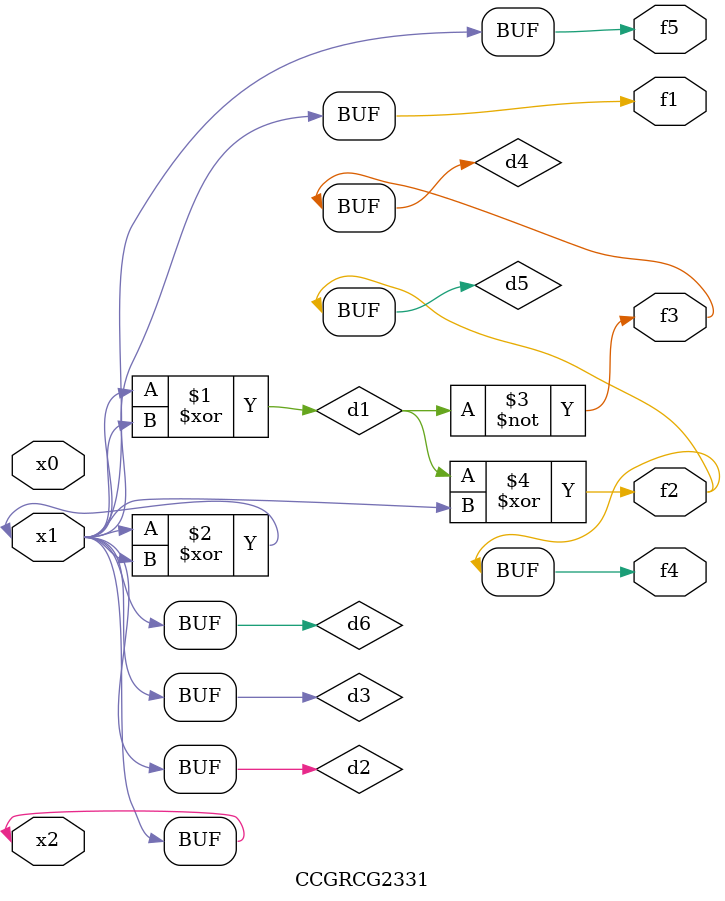
<source format=v>
module CCGRCG2331(
	input x0, x1, x2,
	output f1, f2, f3, f4, f5
);

	wire d1, d2, d3, d4, d5, d6;

	xor (d1, x1, x2);
	buf (d2, x1, x2);
	xor (d3, x1, x2);
	nor (d4, d1);
	xor (d5, d1, d2);
	buf (d6, d2, d3);
	assign f1 = d6;
	assign f2 = d5;
	assign f3 = d4;
	assign f4 = d5;
	assign f5 = d6;
endmodule

</source>
